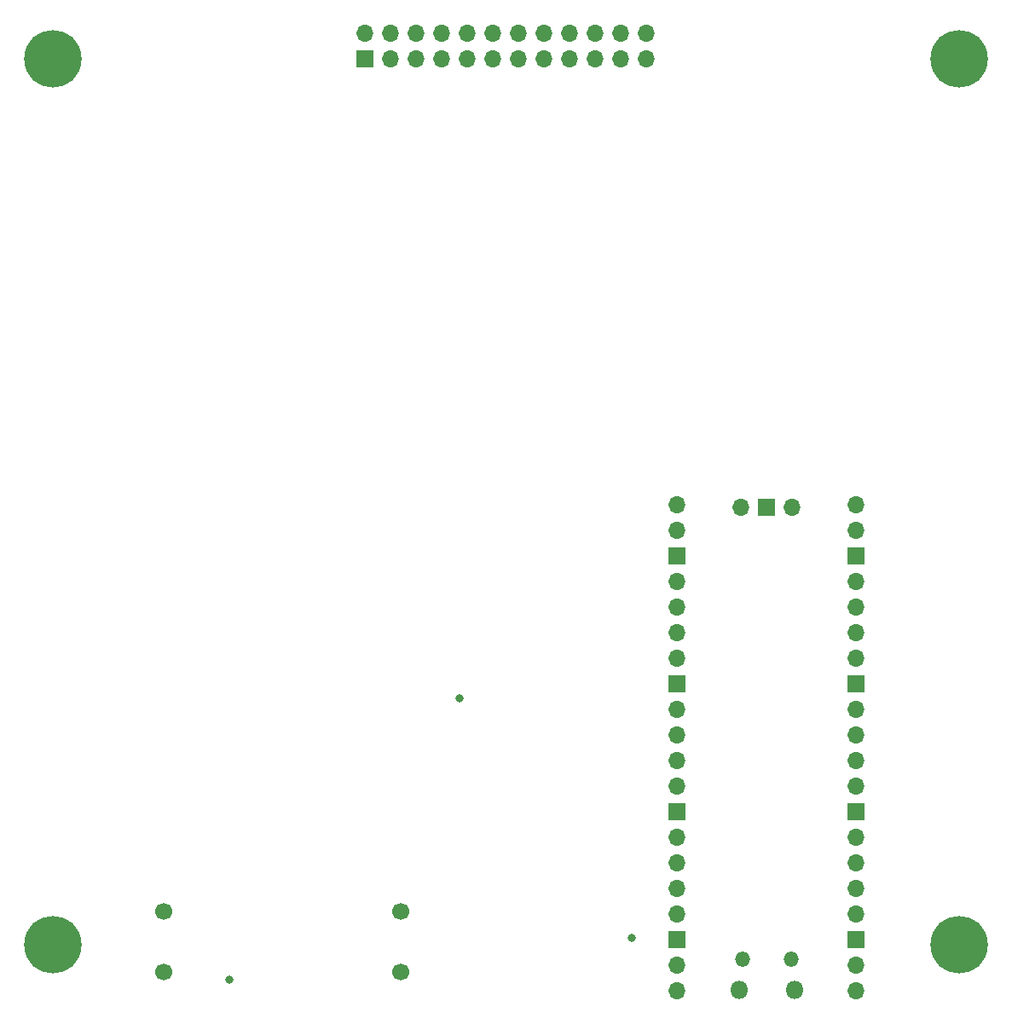
<source format=gbr>
%TF.GenerationSoftware,KiCad,Pcbnew,(6.0.7)*%
%TF.CreationDate,2022-08-05T22:04:18-07:00*%
%TF.ProjectId,d70-buddy-main-board,6437302d-6275-4646-9479-2d6d61696e2d,rev?*%
%TF.SameCoordinates,Original*%
%TF.FileFunction,Soldermask,Bot*%
%TF.FilePolarity,Negative*%
%FSLAX46Y46*%
G04 Gerber Fmt 4.6, Leading zero omitted, Abs format (unit mm)*
G04 Created by KiCad (PCBNEW (6.0.7)) date 2022-08-05 22:04:18*
%MOMM*%
%LPD*%
G01*
G04 APERTURE LIST*
%ADD10C,5.700000*%
%ADD11R,1.700000X1.700000*%
%ADD12O,1.700000X1.700000*%
%ADD13O,1.800000X1.800000*%
%ADD14O,1.500000X1.500000*%
%ADD15C,1.700000*%
%ADD16C,0.800000*%
G04 APERTURE END LIST*
D10*
%TO.C,H1*%
X69500000Y-50490000D03*
%TD*%
%TO.C,H2*%
X159500000Y-50510000D03*
%TD*%
%TO.C,H4*%
X159500000Y-138510000D03*
%TD*%
%TO.C,H3*%
X69500000Y-138490000D03*
%TD*%
D11*
%TO.C,J3*%
X100500000Y-50500000D03*
D12*
X100500000Y-47960000D03*
X103040000Y-50500000D03*
X103040000Y-47960000D03*
X105580000Y-50500000D03*
X105580000Y-47960000D03*
X108120000Y-50500000D03*
X108120000Y-47960000D03*
X110660000Y-50500000D03*
X110660000Y-47960000D03*
X113200000Y-50500000D03*
X113200000Y-47960000D03*
X115740000Y-50500000D03*
X115740000Y-47960000D03*
X118280000Y-50500000D03*
X118280000Y-47960000D03*
X120820000Y-50500000D03*
X120820000Y-47960000D03*
X123360000Y-50500000D03*
X123360000Y-47960000D03*
X125900000Y-50500000D03*
X125900000Y-47960000D03*
X128440000Y-50500000D03*
X128440000Y-47960000D03*
%TD*%
D13*
%TO.C,U2*%
X143125000Y-142970000D03*
D14*
X142825000Y-139940000D03*
X137975000Y-139940000D03*
D13*
X137675000Y-142970000D03*
D12*
X149290000Y-143100000D03*
X149290000Y-140560000D03*
D11*
X149290000Y-138020000D03*
D12*
X149290000Y-135480000D03*
X149290000Y-132940000D03*
X149290000Y-130400000D03*
X149290000Y-127860000D03*
D11*
X149290000Y-125320000D03*
D12*
X149290000Y-122780000D03*
X149290000Y-120240000D03*
X149290000Y-117700000D03*
X149290000Y-115160000D03*
D11*
X149290000Y-112620000D03*
D12*
X149290000Y-110080000D03*
X149290000Y-107540000D03*
X149290000Y-105000000D03*
X149290000Y-102460000D03*
D11*
X149290000Y-99920000D03*
D12*
X149290000Y-97380000D03*
X149290000Y-94840000D03*
X131510000Y-94840000D03*
X131510000Y-97380000D03*
D11*
X131510000Y-99920000D03*
D12*
X131510000Y-102460000D03*
X131510000Y-105000000D03*
X131510000Y-107540000D03*
X131510000Y-110080000D03*
D11*
X131510000Y-112620000D03*
D12*
X131510000Y-115160000D03*
X131510000Y-117700000D03*
X131510000Y-120240000D03*
X131510000Y-122780000D03*
D11*
X131510000Y-125320000D03*
D12*
X131510000Y-127860000D03*
X131510000Y-130400000D03*
X131510000Y-132940000D03*
X131510000Y-135480000D03*
D11*
X131510000Y-138020000D03*
D12*
X131510000Y-140560000D03*
X131510000Y-143100000D03*
X142940000Y-95070000D03*
D11*
X140400000Y-95070000D03*
D12*
X137860000Y-95070000D03*
%TD*%
D15*
%TO.C,J1*%
X104050000Y-135210000D03*
X104050000Y-141210000D03*
%TD*%
%TO.C,J2*%
X80550000Y-135210000D03*
X80550000Y-141210000D03*
%TD*%
D16*
X87000000Y-142000000D03*
X109900000Y-114020000D03*
X127030000Y-137800000D03*
M02*

</source>
